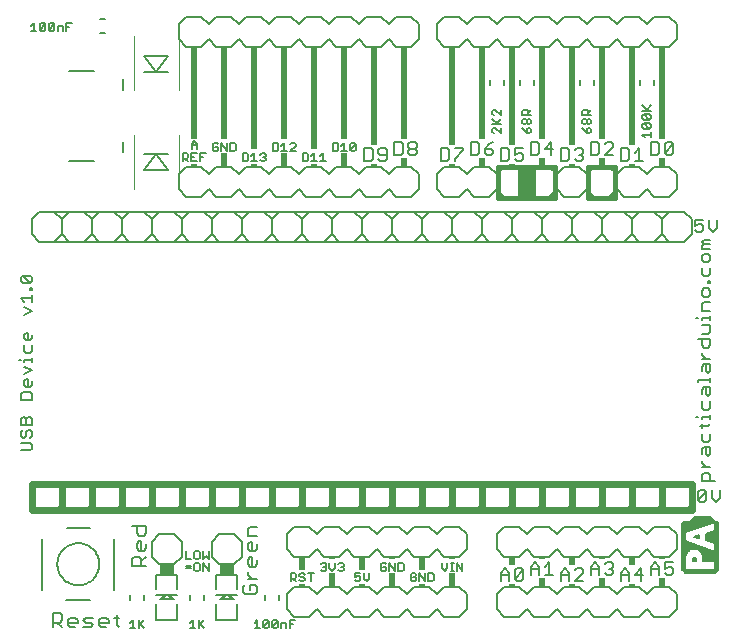
<source format=gto>
G75*
G70*
%OFA0B0*%
%FSLAX24Y24*%
%IPPOS*%
%LPD*%
%AMOC8*
5,1,8,0,0,1.08239X$1,22.5*
%
%ADD10C,0.0080*%
%ADD11R,0.0500X0.0350*%
%ADD12C,0.0050*%
%ADD13C,0.0070*%
%ADD14R,0.0200X0.0450*%
%ADD15R,0.0200X0.0100*%
%ADD16R,0.0200X0.0300*%
%ADD17R,0.0200X0.3300*%
%ADD18C,0.0220*%
%ADD19C,0.0240*%
%ADD20R,0.0200X0.3100*%
%ADD21R,0.0200X0.3450*%
%ADD22R,0.0600X0.1000*%
%ADD23C,0.0160*%
%ADD24C,0.0060*%
%ADD25C,0.0040*%
D10*
X001412Y000694D02*
X001412Y001175D01*
X001652Y001175D01*
X001732Y001095D01*
X001732Y000935D01*
X001652Y000854D01*
X001412Y000854D01*
X001572Y000854D02*
X001732Y000694D01*
X001927Y000774D02*
X001927Y000935D01*
X002007Y001015D01*
X002168Y001015D01*
X002248Y000935D01*
X002248Y000854D01*
X001927Y000854D01*
X001927Y000774D02*
X002007Y000694D01*
X002168Y000694D01*
X002443Y000694D02*
X002683Y000694D01*
X002763Y000774D01*
X002683Y000854D01*
X002523Y000854D01*
X002443Y000935D01*
X002523Y001015D01*
X002763Y001015D01*
X002959Y000935D02*
X003039Y001015D01*
X003199Y001015D01*
X003279Y000935D01*
X003279Y000854D01*
X002959Y000854D01*
X002959Y000774D02*
X002959Y000935D01*
X002959Y000774D02*
X003039Y000694D01*
X003199Y000694D01*
X003554Y000774D02*
X003554Y001095D01*
X003474Y001015D02*
X003634Y001015D01*
X003554Y000774D02*
X003634Y000694D01*
X002672Y001604D02*
X001867Y001604D01*
X001072Y001954D02*
X001072Y003654D01*
X001879Y004004D02*
X002672Y004004D01*
X002472Y004554D02*
X001972Y004554D01*
X001722Y004804D01*
X001722Y005304D01*
X001472Y005554D01*
X000972Y005554D01*
X000722Y005304D01*
X000722Y004804D01*
X000972Y004554D01*
X001472Y004554D01*
X001722Y004804D01*
X001722Y005304D01*
X001972Y005554D01*
X002472Y005554D01*
X002722Y005304D01*
X002972Y005554D01*
X003472Y005554D01*
X003722Y005304D01*
X003972Y005554D01*
X004472Y005554D01*
X004722Y005304D01*
X004972Y005554D01*
X005472Y005554D01*
X005722Y005304D01*
X005972Y005554D01*
X006472Y005554D01*
X006722Y005304D01*
X006972Y005554D01*
X007472Y005554D01*
X007722Y005304D01*
X007972Y005554D01*
X008472Y005554D01*
X008722Y005304D01*
X008972Y005554D01*
X009472Y005554D01*
X009722Y005304D01*
X009972Y005554D01*
X010472Y005554D01*
X010722Y005304D01*
X010972Y005554D01*
X011472Y005554D01*
X011722Y005304D01*
X011972Y005554D01*
X012472Y005554D01*
X012722Y005304D01*
X012972Y005554D01*
X013472Y005554D01*
X013722Y005304D01*
X013972Y005554D01*
X014472Y005554D01*
X014722Y005304D01*
X014972Y005554D01*
X015472Y005554D01*
X015722Y005304D01*
X015972Y005554D01*
X016472Y005554D01*
X016722Y005304D01*
X016972Y005554D01*
X017472Y005554D01*
X017722Y005304D01*
X017972Y005554D01*
X018472Y005554D01*
X018722Y005304D01*
X018972Y005554D01*
X019472Y005554D01*
X019722Y005304D01*
X019972Y005554D01*
X020472Y005554D01*
X020722Y005304D01*
X020972Y005554D01*
X021472Y005554D01*
X021722Y005304D01*
X021722Y004804D01*
X021972Y004554D01*
X022472Y004554D01*
X022722Y004804D01*
X022722Y005304D01*
X022472Y005554D01*
X021972Y005554D01*
X021722Y005304D01*
X021722Y004804D01*
X021472Y004554D01*
X020972Y004554D01*
X020722Y004804D01*
X020472Y004554D01*
X019972Y004554D01*
X019722Y004804D01*
X019472Y004554D01*
X018972Y004554D01*
X018722Y004804D01*
X018472Y004554D01*
X017972Y004554D01*
X017722Y004804D01*
X017472Y004554D01*
X016972Y004554D01*
X016722Y004804D01*
X016472Y004554D01*
X015972Y004554D01*
X015722Y004804D01*
X015472Y004554D01*
X014972Y004554D01*
X014722Y004804D01*
X014472Y004554D01*
X013972Y004554D01*
X013722Y004804D01*
X013472Y004554D01*
X012972Y004554D01*
X012722Y004804D01*
X012472Y004554D01*
X011972Y004554D01*
X011722Y004804D01*
X011472Y004554D01*
X010972Y004554D01*
X010722Y004804D01*
X010472Y004554D01*
X009972Y004554D01*
X009722Y004804D01*
X009472Y004554D01*
X008972Y004554D01*
X008722Y004804D01*
X008472Y004554D01*
X007972Y004554D01*
X007722Y004804D01*
X007472Y004554D01*
X006972Y004554D01*
X006722Y004804D01*
X006472Y004554D01*
X005972Y004554D01*
X005722Y004804D01*
X005472Y004554D01*
X004972Y004554D01*
X004722Y004804D01*
X004472Y004554D01*
X003972Y004554D01*
X003722Y004804D01*
X003472Y004554D01*
X002972Y004554D01*
X002722Y004804D01*
X002472Y004554D01*
X003472Y003654D02*
X003472Y001954D01*
X004061Y002744D02*
X004061Y002980D01*
X004140Y003058D01*
X004297Y003058D01*
X004375Y002980D01*
X004375Y002744D01*
X004532Y002744D02*
X004061Y002744D01*
X004375Y002901D02*
X004532Y003058D01*
X004722Y003054D02*
X004972Y002804D01*
X005472Y002804D01*
X005722Y003054D01*
X005722Y003554D01*
X005472Y003804D01*
X004972Y003804D01*
X004722Y003554D01*
X004722Y003054D01*
X004453Y003251D02*
X004532Y003329D01*
X004532Y003486D01*
X004375Y003564D02*
X004375Y003251D01*
X004453Y003251D02*
X004297Y003251D01*
X004218Y003329D01*
X004218Y003486D01*
X004297Y003564D01*
X004375Y003564D01*
X004453Y003757D02*
X004297Y003757D01*
X004218Y003836D01*
X004218Y004071D01*
X004061Y004071D02*
X004532Y004071D01*
X004532Y003836D01*
X004453Y003757D01*
X004867Y002459D02*
X005576Y002459D01*
X005576Y001976D01*
X005572Y001772D02*
X005222Y001772D01*
X005458Y001636D01*
X004986Y001636D01*
X005222Y001772D01*
X004871Y001772D01*
X004867Y001976D02*
X004867Y002459D01*
X004867Y001492D02*
X004867Y000949D01*
X005576Y000949D01*
X005576Y001482D01*
X006867Y001492D02*
X006867Y000949D01*
X007576Y000949D01*
X007576Y001482D01*
X007458Y001636D02*
X007222Y001772D01*
X006986Y001636D01*
X007458Y001636D01*
X007572Y001772D02*
X007222Y001772D01*
X006871Y001772D01*
X006867Y001976D02*
X006867Y002459D01*
X007576Y002459D01*
X007576Y001976D01*
X007761Y002030D02*
X007761Y001873D01*
X007840Y001794D01*
X008153Y001794D01*
X008232Y001873D01*
X008232Y002030D01*
X008153Y002108D01*
X007997Y002108D01*
X007997Y001951D01*
X007840Y002108D02*
X007761Y002030D01*
X007918Y002301D02*
X008232Y002301D01*
X008075Y002301D02*
X007918Y002458D01*
X007918Y002536D01*
X007997Y002723D02*
X007918Y002801D01*
X007918Y002958D01*
X007997Y003036D01*
X008075Y003036D01*
X008075Y002723D01*
X008153Y002723D02*
X007997Y002723D01*
X008153Y002723D02*
X008232Y002801D01*
X008232Y002958D01*
X008153Y003229D02*
X007997Y003229D01*
X007918Y003308D01*
X007918Y003464D01*
X007997Y003543D01*
X008075Y003543D01*
X008075Y003229D01*
X008153Y003229D02*
X008232Y003308D01*
X008232Y003464D01*
X008232Y003736D02*
X007918Y003736D01*
X007918Y003971D01*
X007997Y004049D01*
X008232Y004049D01*
X007722Y003554D02*
X007722Y003054D01*
X007472Y002804D01*
X006972Y002804D01*
X006722Y003054D01*
X006722Y003554D01*
X006972Y003804D01*
X007472Y003804D01*
X007722Y003554D01*
X009222Y003304D02*
X009472Y003054D01*
X009972Y003054D01*
X010222Y003304D01*
X010472Y003054D01*
X010972Y003054D01*
X011222Y003304D01*
X011472Y003054D01*
X011972Y003054D01*
X012222Y003304D01*
X012472Y003054D01*
X012972Y003054D01*
X013222Y003304D01*
X013472Y003054D01*
X013972Y003054D01*
X014222Y003304D01*
X014472Y003054D01*
X014972Y003054D01*
X015222Y003304D01*
X015222Y003804D01*
X014972Y004054D01*
X014472Y004054D01*
X014222Y003804D01*
X013972Y004054D01*
X013472Y004054D01*
X013222Y003804D01*
X012972Y004054D01*
X012472Y004054D01*
X012222Y003804D01*
X011972Y004054D01*
X011472Y004054D01*
X011222Y003804D01*
X010972Y004054D01*
X010472Y004054D01*
X010222Y003804D01*
X009972Y004054D01*
X009472Y004054D01*
X009222Y003804D01*
X009222Y003304D01*
X009472Y002054D02*
X009222Y001804D01*
X009222Y001304D01*
X009472Y001054D01*
X009972Y001054D01*
X010222Y001304D01*
X010472Y001054D01*
X010972Y001054D01*
X011222Y001304D01*
X011472Y001054D01*
X011972Y001054D01*
X012222Y001304D01*
X012472Y001054D01*
X012972Y001054D01*
X013222Y001304D01*
X013472Y001054D01*
X013972Y001054D01*
X014222Y001304D01*
X014472Y001054D01*
X014972Y001054D01*
X015222Y001304D01*
X015222Y001804D01*
X014972Y002054D01*
X014472Y002054D01*
X014222Y001804D01*
X013972Y002054D01*
X013472Y002054D01*
X013222Y001804D01*
X012972Y002054D01*
X012472Y002054D01*
X012222Y001804D01*
X011972Y002054D01*
X011472Y002054D01*
X011222Y001804D01*
X010972Y002054D01*
X010472Y002054D01*
X010222Y001804D01*
X009972Y002054D01*
X009472Y002054D01*
X016222Y001804D02*
X016222Y001304D01*
X016472Y001054D01*
X016972Y001054D01*
X017222Y001304D01*
X017472Y001054D01*
X017972Y001054D01*
X018222Y001304D01*
X018472Y001054D01*
X018972Y001054D01*
X019222Y001304D01*
X019472Y001054D01*
X019972Y001054D01*
X020222Y001304D01*
X020472Y001054D01*
X020972Y001054D01*
X021222Y001304D01*
X021472Y001054D01*
X021972Y001054D01*
X022222Y001304D01*
X022222Y001804D01*
X021972Y002054D01*
X021472Y002054D01*
X021222Y001804D01*
X020972Y002054D01*
X020472Y002054D01*
X020222Y001804D01*
X019972Y002054D01*
X019472Y002054D01*
X019222Y001804D01*
X018972Y002054D01*
X018472Y002054D01*
X018222Y001804D01*
X017972Y002054D01*
X017472Y002054D01*
X017222Y001804D01*
X016972Y002054D01*
X016472Y002054D01*
X016222Y001804D01*
X016472Y003054D02*
X016972Y003054D01*
X017222Y003304D01*
X017472Y003054D01*
X017972Y003054D01*
X018222Y003304D01*
X018472Y003054D01*
X018972Y003054D01*
X019222Y003304D01*
X019472Y003054D01*
X019972Y003054D01*
X020222Y003304D01*
X020472Y003054D01*
X020972Y003054D01*
X021222Y003304D01*
X021472Y003054D01*
X021972Y003054D01*
X022222Y003304D01*
X022222Y003804D01*
X021972Y004054D01*
X021472Y004054D01*
X021222Y003804D01*
X020972Y004054D01*
X020472Y004054D01*
X020222Y003804D01*
X019972Y004054D01*
X019472Y004054D01*
X019222Y003804D01*
X018972Y004054D01*
X018472Y004054D01*
X018222Y003804D01*
X017972Y004054D01*
X017472Y004054D01*
X017222Y003804D01*
X016972Y004054D01*
X016472Y004054D01*
X016222Y003804D01*
X016222Y003304D01*
X016472Y003054D01*
X022922Y004934D02*
X023202Y005215D01*
X023202Y004934D01*
X023132Y004864D01*
X022992Y004864D01*
X022922Y004934D01*
X022922Y005215D01*
X022992Y005285D01*
X023132Y005285D01*
X023202Y005215D01*
X023382Y005285D02*
X023382Y005004D01*
X023522Y004864D01*
X023662Y005004D01*
X023662Y005285D01*
X023482Y005574D02*
X023061Y005574D01*
X023061Y005784D01*
X023132Y005855D01*
X023272Y005855D01*
X023342Y005784D01*
X023342Y005574D01*
X023342Y006035D02*
X023061Y006035D01*
X023061Y006175D02*
X023202Y006035D01*
X023061Y006175D02*
X023061Y006245D01*
X023061Y006488D02*
X023061Y006628D01*
X023132Y006699D01*
X023342Y006699D01*
X023342Y006488D01*
X023272Y006418D01*
X023202Y006488D01*
X023202Y006699D01*
X023132Y006879D02*
X023272Y006879D01*
X023342Y006949D01*
X023342Y007159D01*
X023272Y007409D02*
X023342Y007479D01*
X023272Y007409D02*
X022991Y007409D01*
X023061Y007339D02*
X023061Y007479D01*
X023061Y007646D02*
X023061Y007716D01*
X023342Y007716D01*
X023342Y007646D02*
X023342Y007786D01*
X023272Y007953D02*
X023132Y007953D01*
X023061Y008023D01*
X023061Y008233D01*
X023061Y008483D02*
X023061Y008623D01*
X023132Y008693D01*
X023342Y008693D01*
X023342Y008483D01*
X023272Y008413D01*
X023202Y008483D01*
X023202Y008693D01*
X023342Y008874D02*
X023342Y009014D01*
X023342Y008944D02*
X022921Y008944D01*
X022921Y008874D01*
X023061Y009250D02*
X023061Y009391D01*
X023132Y009461D01*
X023342Y009461D01*
X023342Y009250D01*
X023272Y009180D01*
X023202Y009250D01*
X023202Y009461D01*
X023202Y009641D02*
X023061Y009781D01*
X023061Y009851D01*
X023132Y010024D02*
X023061Y010094D01*
X023061Y010305D01*
X022921Y010305D02*
X023342Y010305D01*
X023342Y010094D01*
X023272Y010024D01*
X023132Y010024D01*
X023061Y009641D02*
X023342Y009641D01*
X023272Y010485D02*
X023061Y010485D01*
X023272Y010485D02*
X023342Y010555D01*
X023342Y010765D01*
X023061Y010765D01*
X023061Y010945D02*
X023061Y011015D01*
X023342Y011015D01*
X023342Y010945D02*
X023342Y011085D01*
X023342Y011252D02*
X023061Y011252D01*
X023061Y011462D01*
X023132Y011532D01*
X023342Y011532D01*
X023272Y011712D02*
X023132Y011712D01*
X023061Y011782D01*
X023061Y011922D01*
X023132Y011993D01*
X023272Y011993D01*
X023342Y011922D01*
X023342Y011782D01*
X023272Y011712D01*
X023272Y012173D02*
X023272Y012243D01*
X023342Y012243D01*
X023342Y012173D01*
X023272Y012173D01*
X023272Y012403D02*
X023342Y012473D01*
X023342Y012683D01*
X023272Y012863D02*
X023342Y012933D01*
X023342Y013073D01*
X023272Y013143D01*
X023132Y013143D01*
X023061Y013073D01*
X023061Y012933D01*
X023132Y012863D01*
X023272Y012863D01*
X023061Y012683D02*
X023061Y012473D01*
X023132Y012403D01*
X023272Y012403D01*
X023342Y013324D02*
X023061Y013324D01*
X023061Y013394D01*
X023132Y013464D01*
X023061Y013534D01*
X023132Y013604D01*
X023342Y013604D01*
X023342Y013464D02*
X023132Y013464D01*
X023032Y013864D02*
X022892Y013864D01*
X022822Y013934D01*
X022822Y014074D02*
X022962Y014145D01*
X023032Y014145D01*
X023102Y014074D01*
X023102Y013934D01*
X023032Y013864D01*
X023282Y014004D02*
X023422Y013864D01*
X023562Y014004D01*
X023562Y014285D01*
X023282Y014285D02*
X023282Y014004D01*
X023102Y014285D02*
X022822Y014285D01*
X022822Y014074D01*
X022722Y014304D02*
X022722Y013804D01*
X022472Y013554D01*
X021972Y013554D01*
X021722Y013804D01*
X021722Y014304D01*
X021972Y014554D01*
X022472Y014554D01*
X022722Y014304D01*
X022222Y014554D02*
X001222Y014554D01*
X001472Y014554D02*
X000972Y014554D01*
X000722Y014304D01*
X000722Y013804D01*
X000972Y013554D01*
X001472Y013554D01*
X001722Y013804D01*
X001722Y014304D01*
X001472Y014554D01*
X001722Y014304D02*
X001972Y014554D01*
X002472Y014554D01*
X002722Y014304D01*
X002972Y014554D01*
X003472Y014554D01*
X003722Y014304D01*
X003972Y014554D01*
X004472Y014554D01*
X004722Y014304D01*
X004972Y014554D01*
X005472Y014554D01*
X005722Y014304D01*
X005972Y014554D01*
X006472Y014554D01*
X006722Y014304D01*
X006972Y014554D01*
X007472Y014554D01*
X007722Y014304D01*
X007972Y014554D01*
X008472Y014554D01*
X008722Y014304D01*
X008972Y014554D01*
X009472Y014554D01*
X009722Y014304D01*
X009972Y014554D01*
X010472Y014554D01*
X010722Y014304D01*
X010972Y014554D01*
X011472Y014554D01*
X011722Y014304D01*
X011972Y014554D01*
X012472Y014554D01*
X012722Y014304D01*
X012972Y014554D01*
X013472Y014554D01*
X013722Y014304D01*
X013972Y014554D01*
X014472Y014554D01*
X014722Y014304D01*
X014972Y014554D01*
X015472Y014554D01*
X015722Y014304D01*
X015972Y014554D01*
X016472Y014554D01*
X016722Y014304D01*
X016972Y014554D01*
X017472Y014554D01*
X017722Y014304D01*
X017972Y014554D01*
X018472Y014554D01*
X018722Y014304D01*
X018972Y014554D01*
X019472Y014554D01*
X019722Y014304D01*
X019972Y014554D01*
X020472Y014554D01*
X020722Y014304D01*
X020972Y014554D01*
X021472Y014554D01*
X021722Y014304D01*
X021722Y013804D01*
X021472Y013554D01*
X020972Y013554D01*
X020722Y013804D01*
X020472Y013554D01*
X019972Y013554D01*
X019722Y013804D01*
X019472Y013554D01*
X018972Y013554D01*
X018722Y013804D01*
X018472Y013554D01*
X017972Y013554D01*
X017722Y013804D01*
X017472Y013554D01*
X016972Y013554D01*
X016722Y013804D01*
X016472Y013554D01*
X015972Y013554D01*
X015722Y013804D01*
X015472Y013554D01*
X014972Y013554D01*
X014722Y013804D01*
X014472Y013554D01*
X013972Y013554D01*
X013722Y013804D01*
X013472Y013554D01*
X012972Y013554D01*
X012722Y013804D01*
X012472Y013554D01*
X011972Y013554D01*
X011722Y013804D01*
X011472Y013554D01*
X010972Y013554D01*
X010722Y013804D01*
X010472Y013554D01*
X009972Y013554D01*
X009722Y013804D01*
X009472Y013554D01*
X008972Y013554D01*
X008722Y013804D01*
X008472Y013554D01*
X007972Y013554D01*
X007722Y013804D01*
X007472Y013554D01*
X006972Y013554D01*
X006722Y013804D01*
X006472Y013554D01*
X005972Y013554D01*
X005722Y013804D01*
X005472Y013554D01*
X004972Y013554D01*
X004722Y013804D01*
X004472Y013554D01*
X003972Y013554D01*
X003722Y013804D01*
X003472Y013554D01*
X002972Y013554D01*
X002722Y013804D01*
X002472Y013554D01*
X001972Y013554D01*
X001722Y013804D01*
X001722Y014304D01*
X001222Y013554D02*
X022072Y013554D01*
X020722Y013804D02*
X020722Y014304D01*
X020972Y015054D02*
X020472Y015054D01*
X020222Y015304D01*
X019972Y015054D01*
X019472Y015054D01*
X019222Y015304D01*
X018972Y015054D01*
X018472Y015054D01*
X018222Y015304D01*
X017972Y015054D01*
X017472Y015054D01*
X017222Y015304D01*
X016972Y015054D01*
X016472Y015054D01*
X016222Y015304D01*
X015972Y015054D01*
X015472Y015054D01*
X015222Y015304D01*
X014972Y015054D01*
X014472Y015054D01*
X014222Y015304D01*
X014222Y015804D01*
X014472Y016054D01*
X014972Y016054D01*
X015222Y015804D01*
X015472Y016054D01*
X015972Y016054D01*
X016222Y015804D01*
X016472Y016054D01*
X016972Y016054D01*
X017222Y015804D01*
X017472Y016054D01*
X017972Y016054D01*
X018222Y015804D01*
X018472Y016054D01*
X018972Y016054D01*
X019222Y015804D01*
X019472Y016054D01*
X019972Y016054D01*
X020222Y015804D01*
X020472Y016054D01*
X020972Y016054D01*
X021222Y015804D01*
X021472Y016054D01*
X021972Y016054D01*
X022222Y015804D01*
X022222Y015304D01*
X021972Y015054D01*
X021472Y015054D01*
X021222Y015304D01*
X020972Y015054D01*
X019722Y014304D02*
X019722Y013804D01*
X018722Y013804D02*
X018722Y014304D01*
X017722Y014304D02*
X017722Y013804D01*
X016722Y013804D02*
X016722Y014304D01*
X015722Y014304D02*
X015722Y013804D01*
X014722Y013804D02*
X014722Y014304D01*
X013722Y014304D02*
X013722Y013804D01*
X012722Y013804D02*
X012722Y014304D01*
X012872Y015054D02*
X012622Y015304D01*
X012372Y015054D01*
X011872Y015054D01*
X011622Y015304D01*
X011372Y015054D01*
X010872Y015054D01*
X010622Y015304D01*
X010372Y015054D01*
X009872Y015054D01*
X009622Y015304D01*
X009372Y015054D01*
X008872Y015054D01*
X008622Y015304D01*
X008372Y015054D01*
X007872Y015054D01*
X007622Y015304D01*
X007372Y015054D01*
X006872Y015054D01*
X006622Y015304D01*
X006372Y015054D01*
X005872Y015054D01*
X005622Y015304D01*
X005622Y015804D01*
X005872Y016054D01*
X006372Y016054D01*
X006622Y015804D01*
X006872Y016054D01*
X007372Y016054D01*
X007622Y015804D01*
X007872Y016054D01*
X008372Y016054D01*
X008622Y015804D01*
X008872Y016054D01*
X009372Y016054D01*
X009622Y015804D01*
X009872Y016054D01*
X010372Y016054D01*
X010622Y015804D01*
X010872Y016054D01*
X011372Y016054D01*
X011622Y015804D01*
X011872Y016054D01*
X012372Y016054D01*
X012622Y015804D01*
X012872Y016054D01*
X013372Y016054D01*
X013622Y015804D01*
X013622Y015304D01*
X013372Y015054D01*
X012872Y015054D01*
X011722Y014304D02*
X011722Y013804D01*
X010722Y013804D02*
X010722Y014304D01*
X009722Y014304D02*
X009722Y013804D01*
X008722Y013804D02*
X008722Y014304D01*
X007722Y014304D02*
X007722Y013804D01*
X006722Y013804D02*
X006722Y014304D01*
X005722Y014304D02*
X005722Y013804D01*
X004722Y013804D02*
X004722Y014304D01*
X003722Y014304D02*
X003722Y013804D01*
X002722Y013804D02*
X002722Y014304D01*
X002787Y016258D02*
X001960Y016258D01*
X003771Y016534D02*
X003771Y016888D01*
X004478Y016492D02*
X005265Y016492D01*
X004872Y016492D02*
X004478Y015951D01*
X005265Y015951D01*
X004872Y016492D01*
X003771Y018620D02*
X003771Y018975D01*
X004478Y019217D02*
X005265Y019217D01*
X004872Y019217D02*
X005265Y019757D01*
X004478Y019757D01*
X004872Y019217D01*
X005872Y020054D02*
X005622Y020304D01*
X005622Y020804D01*
X005872Y021054D01*
X006372Y021054D01*
X006622Y020804D01*
X006872Y021054D01*
X007372Y021054D01*
X007622Y020804D01*
X007872Y021054D01*
X008372Y021054D01*
X008622Y020804D01*
X008872Y021054D01*
X009372Y021054D01*
X009622Y020804D01*
X009872Y021054D01*
X010372Y021054D01*
X010622Y020804D01*
X010872Y021054D01*
X011372Y021054D01*
X011622Y020804D01*
X011872Y021054D01*
X012372Y021054D01*
X012622Y020804D01*
X012872Y021054D01*
X013372Y021054D01*
X013622Y020804D01*
X013622Y020304D01*
X013372Y020054D01*
X012872Y020054D01*
X012622Y020304D01*
X012372Y020054D01*
X011872Y020054D01*
X011622Y020304D01*
X011372Y020054D01*
X010872Y020054D01*
X010622Y020304D01*
X010372Y020054D01*
X009872Y020054D01*
X009622Y020304D01*
X009372Y020054D01*
X008872Y020054D01*
X008622Y020304D01*
X008372Y020054D01*
X007872Y020054D01*
X007622Y020304D01*
X007372Y020054D01*
X006872Y020054D01*
X006622Y020304D01*
X006372Y020054D01*
X005872Y020054D01*
X002787Y019250D02*
X001960Y019250D01*
X000668Y012425D02*
X000415Y012425D01*
X000668Y012171D01*
X000732Y012234D01*
X000732Y012361D01*
X000668Y012425D01*
X000415Y012425D02*
X000351Y012361D01*
X000351Y012234D01*
X000415Y012171D01*
X000668Y012171D01*
X000668Y012023D02*
X000732Y012023D01*
X000732Y011959D01*
X000668Y011959D01*
X000668Y012023D01*
X000732Y011789D02*
X000732Y011536D01*
X000732Y011662D02*
X000351Y011662D01*
X000478Y011536D01*
X000478Y011366D02*
X000732Y011239D01*
X000478Y011112D01*
X000542Y010519D02*
X000478Y010455D01*
X000478Y010328D01*
X000542Y010265D01*
X000668Y010265D01*
X000732Y010328D01*
X000732Y010455D01*
X000605Y010519D02*
X000605Y010265D01*
X000732Y010095D02*
X000732Y009905D01*
X000668Y009841D01*
X000542Y009841D01*
X000478Y009905D01*
X000478Y010095D01*
X000732Y009686D02*
X000732Y009559D01*
X000732Y009623D02*
X000478Y009623D01*
X000478Y009559D01*
X000351Y009623D02*
X000288Y009623D01*
X000478Y009389D02*
X000732Y009262D01*
X000478Y009136D01*
X000542Y008966D02*
X000478Y008902D01*
X000478Y008775D01*
X000542Y008712D01*
X000668Y008712D01*
X000732Y008775D01*
X000732Y008902D01*
X000605Y008966D02*
X000605Y008712D01*
X000668Y008542D02*
X000415Y008542D01*
X000351Y008479D01*
X000351Y008289D01*
X000732Y008289D01*
X000732Y008479D01*
X000668Y008542D01*
X000605Y008966D02*
X000542Y008966D01*
X000605Y007695D02*
X000668Y007695D01*
X000732Y007632D01*
X000732Y007441D01*
X000351Y007441D01*
X000351Y007632D01*
X000415Y007695D01*
X000478Y007695D01*
X000542Y007632D01*
X000542Y007441D01*
X000605Y007271D02*
X000668Y007271D01*
X000732Y007208D01*
X000732Y007081D01*
X000668Y007018D01*
X000542Y007081D02*
X000542Y007208D01*
X000605Y007271D01*
X000415Y007271D02*
X000351Y007208D01*
X000351Y007081D01*
X000415Y007018D01*
X000478Y007018D01*
X000542Y007081D01*
X000668Y006848D02*
X000351Y006848D01*
X000351Y006594D02*
X000668Y006594D01*
X000732Y006658D01*
X000732Y006784D01*
X000668Y006848D01*
X000542Y007632D02*
X000605Y007695D01*
X000542Y010519D02*
X000605Y010519D01*
X001572Y002804D02*
X001574Y002856D01*
X001580Y002908D01*
X001590Y002960D01*
X001603Y003010D01*
X001620Y003060D01*
X001641Y003108D01*
X001666Y003154D01*
X001694Y003198D01*
X001725Y003240D01*
X001759Y003280D01*
X001796Y003317D01*
X001836Y003351D01*
X001878Y003382D01*
X001922Y003410D01*
X001968Y003435D01*
X002016Y003456D01*
X002066Y003473D01*
X002116Y003486D01*
X002168Y003496D01*
X002220Y003502D01*
X002272Y003504D01*
X002324Y003502D01*
X002376Y003496D01*
X002428Y003486D01*
X002478Y003473D01*
X002528Y003456D01*
X002576Y003435D01*
X002622Y003410D01*
X002666Y003382D01*
X002708Y003351D01*
X002748Y003317D01*
X002785Y003280D01*
X002819Y003240D01*
X002850Y003198D01*
X002878Y003154D01*
X002903Y003108D01*
X002924Y003060D01*
X002941Y003010D01*
X002954Y002960D01*
X002964Y002908D01*
X002970Y002856D01*
X002972Y002804D01*
X002970Y002752D01*
X002964Y002700D01*
X002954Y002648D01*
X002941Y002598D01*
X002924Y002548D01*
X002903Y002500D01*
X002878Y002454D01*
X002850Y002410D01*
X002819Y002368D01*
X002785Y002328D01*
X002748Y002291D01*
X002708Y002257D01*
X002666Y002226D01*
X002622Y002198D01*
X002576Y002173D01*
X002528Y002152D01*
X002478Y002135D01*
X002428Y002122D01*
X002376Y002112D01*
X002324Y002106D01*
X002272Y002104D01*
X002220Y002106D01*
X002168Y002112D01*
X002116Y002122D01*
X002066Y002135D01*
X002016Y002152D01*
X001968Y002173D01*
X001922Y002198D01*
X001878Y002226D01*
X001836Y002257D01*
X001796Y002291D01*
X001759Y002328D01*
X001725Y002368D01*
X001694Y002410D01*
X001666Y002454D01*
X001641Y002500D01*
X001620Y002548D01*
X001603Y002598D01*
X001590Y002648D01*
X001580Y002700D01*
X001574Y002752D01*
X001572Y002804D01*
X014472Y020054D02*
X014222Y020304D01*
X014222Y020804D01*
X014472Y021054D01*
X014972Y021054D01*
X015222Y020804D01*
X015472Y021054D01*
X015972Y021054D01*
X016222Y020804D01*
X016472Y021054D01*
X016972Y021054D01*
X017222Y020804D01*
X017472Y021054D01*
X017972Y021054D01*
X018222Y020804D01*
X018472Y021054D01*
X018972Y021054D01*
X019222Y020804D01*
X019472Y021054D01*
X019972Y021054D01*
X020222Y020804D01*
X020472Y021054D01*
X020972Y021054D01*
X021222Y020804D01*
X021472Y021054D01*
X021972Y021054D01*
X022222Y020804D01*
X022222Y020304D01*
X021972Y020054D01*
X021472Y020054D01*
X021222Y020304D01*
X020972Y020054D01*
X020472Y020054D01*
X020222Y020304D01*
X019972Y020054D01*
X019472Y020054D01*
X019222Y020304D01*
X018972Y020054D01*
X018472Y020054D01*
X018222Y020304D01*
X017972Y020054D01*
X017472Y020054D01*
X017222Y020304D01*
X016972Y020054D01*
X016472Y020054D01*
X016222Y020304D01*
X015972Y020054D01*
X015472Y020054D01*
X015222Y020304D01*
X014972Y020054D01*
X014472Y020054D01*
X022851Y011015D02*
X022921Y011015D01*
X023342Y008233D02*
X023342Y008023D01*
X023272Y007953D01*
X022921Y007716D02*
X022851Y007716D01*
X023061Y007159D02*
X023061Y006949D01*
X023132Y006879D01*
D11*
X007222Y002629D03*
X005222Y002629D03*
D12*
X005847Y002669D02*
X006027Y002669D01*
X006027Y002759D02*
X005847Y002759D01*
X005847Y002979D02*
X006027Y002979D01*
X006141Y003024D02*
X006186Y002979D01*
X006276Y002979D01*
X006321Y003024D01*
X006321Y003204D01*
X006276Y003250D01*
X006186Y003250D01*
X006141Y003204D01*
X006141Y003024D01*
X006186Y002850D02*
X006141Y002804D01*
X006141Y002624D01*
X006186Y002579D01*
X006276Y002579D01*
X006321Y002624D01*
X006321Y002804D01*
X006276Y002850D01*
X006186Y002850D01*
X005847Y002979D02*
X005847Y003250D01*
X006436Y003250D02*
X006436Y002979D01*
X006526Y003069D01*
X006616Y002979D01*
X006616Y003250D01*
X006616Y002850D02*
X006616Y002579D01*
X006436Y002850D01*
X006436Y002579D01*
X006471Y000950D02*
X006291Y000769D01*
X006336Y000814D02*
X006471Y000679D01*
X006291Y000679D02*
X006291Y000950D01*
X006087Y000950D02*
X006087Y000679D01*
X005997Y000679D02*
X006177Y000679D01*
X005997Y000859D02*
X006087Y000950D01*
X004471Y000950D02*
X004291Y000769D01*
X004336Y000814D02*
X004471Y000679D01*
X004291Y000679D02*
X004291Y000950D01*
X004087Y000950D02*
X004087Y000679D01*
X003997Y000679D02*
X004177Y000679D01*
X003997Y000859D02*
X004087Y000950D01*
X008147Y000859D02*
X008237Y000950D01*
X008237Y000679D01*
X008147Y000679D02*
X008327Y000679D01*
X008441Y000724D02*
X008621Y000904D01*
X008621Y000724D01*
X008576Y000679D01*
X008486Y000679D01*
X008441Y000724D01*
X008441Y000904D01*
X008486Y000950D01*
X008576Y000950D01*
X008621Y000904D01*
X008736Y000904D02*
X008736Y000724D01*
X008916Y000904D01*
X008916Y000724D01*
X008871Y000679D01*
X008781Y000679D01*
X008736Y000724D01*
X008736Y000904D02*
X008781Y000950D01*
X008871Y000950D01*
X008916Y000904D01*
X009031Y000859D02*
X009166Y000859D01*
X009211Y000814D01*
X009211Y000679D01*
X009325Y000679D02*
X009325Y000950D01*
X009505Y000950D01*
X009415Y000814D02*
X009325Y000814D01*
X009031Y000859D02*
X009031Y000679D01*
X009347Y002229D02*
X009347Y002500D01*
X009482Y002500D01*
X009527Y002454D01*
X009527Y002364D01*
X009482Y002319D01*
X009347Y002319D01*
X009437Y002319D02*
X009527Y002229D01*
X009641Y002274D02*
X009686Y002229D01*
X009776Y002229D01*
X009821Y002274D01*
X009821Y002319D01*
X009776Y002364D01*
X009686Y002364D01*
X009641Y002409D01*
X009641Y002454D01*
X009686Y002500D01*
X009776Y002500D01*
X009821Y002454D01*
X009936Y002500D02*
X010116Y002500D01*
X010026Y002500D02*
X010026Y002229D01*
X010392Y002579D02*
X010347Y002624D01*
X010392Y002579D02*
X010482Y002579D01*
X010527Y002624D01*
X010527Y002669D01*
X010482Y002714D01*
X010437Y002714D01*
X010482Y002714D02*
X010527Y002759D01*
X010527Y002804D01*
X010482Y002850D01*
X010392Y002850D01*
X010347Y002804D01*
X010641Y002850D02*
X010641Y002669D01*
X010731Y002579D01*
X010821Y002669D01*
X010821Y002850D01*
X010936Y002804D02*
X010981Y002850D01*
X011071Y002850D01*
X011116Y002804D01*
X011116Y002759D01*
X011071Y002714D01*
X011116Y002669D01*
X011116Y002624D01*
X011071Y002579D01*
X010981Y002579D01*
X010936Y002624D01*
X011026Y002714D02*
X011071Y002714D01*
X011497Y002500D02*
X011497Y002364D01*
X011587Y002409D01*
X011632Y002409D01*
X011677Y002364D01*
X011677Y002274D01*
X011632Y002229D01*
X011542Y002229D01*
X011497Y002274D01*
X011497Y002500D02*
X011677Y002500D01*
X011791Y002500D02*
X011791Y002319D01*
X011881Y002229D01*
X011971Y002319D01*
X011971Y002500D01*
X012347Y002624D02*
X012392Y002579D01*
X012482Y002579D01*
X012527Y002624D01*
X012527Y002714D01*
X012437Y002714D01*
X012347Y002804D02*
X012347Y002624D01*
X012347Y002804D02*
X012392Y002850D01*
X012482Y002850D01*
X012527Y002804D01*
X012641Y002850D02*
X012821Y002579D01*
X012821Y002850D01*
X012936Y002850D02*
X012936Y002579D01*
X013071Y002579D01*
X013116Y002624D01*
X013116Y002804D01*
X013071Y002850D01*
X012936Y002850D01*
X012641Y002850D02*
X012641Y002579D01*
X013347Y002454D02*
X013347Y002274D01*
X013392Y002229D01*
X013482Y002229D01*
X013527Y002274D01*
X013527Y002364D01*
X013437Y002364D01*
X013527Y002454D02*
X013482Y002500D01*
X013392Y002500D01*
X013347Y002454D01*
X013641Y002500D02*
X013821Y002229D01*
X013821Y002500D01*
X013936Y002500D02*
X013936Y002229D01*
X014071Y002229D01*
X014116Y002274D01*
X014116Y002454D01*
X014071Y002500D01*
X013936Y002500D01*
X013641Y002500D02*
X013641Y002229D01*
X014397Y002669D02*
X014397Y002850D01*
X014577Y002850D02*
X014577Y002669D01*
X014487Y002579D01*
X014397Y002669D01*
X014691Y002579D02*
X014781Y002579D01*
X014736Y002579D02*
X014736Y002850D01*
X014691Y002850D02*
X014781Y002850D01*
X014888Y002850D02*
X015068Y002579D01*
X015068Y002850D01*
X014888Y002850D02*
X014888Y002579D01*
X022402Y002624D02*
X022402Y004174D01*
X022452Y004224D01*
X022452Y002624D01*
X023502Y002624D01*
X023502Y002574D01*
X022502Y002574D01*
X022502Y003024D01*
X022502Y003174D01*
X022502Y003224D01*
X022552Y003274D01*
X022502Y003274D01*
X022502Y003324D01*
X022602Y003324D01*
X022552Y003274D01*
X022602Y003274D02*
X022502Y003174D01*
X022502Y003224D02*
X022502Y003274D01*
X022502Y003324D02*
X022602Y003274D01*
X022602Y003324D01*
X022652Y003324D01*
X022602Y003274D01*
X022502Y003374D01*
X022652Y003324D01*
X022502Y003424D01*
X022752Y003324D01*
X022502Y003474D01*
X022852Y003324D01*
X022952Y003324D02*
X023502Y003074D01*
X023002Y003274D01*
X023502Y003024D01*
X023052Y003224D01*
X023402Y003024D01*
X023102Y003174D01*
X023302Y003024D01*
X023102Y003124D01*
X023202Y003024D01*
X023102Y003024D01*
X023102Y003074D01*
X023202Y003024D01*
X023302Y003024D01*
X023402Y003024D01*
X023502Y003024D01*
X023502Y002974D01*
X023102Y002974D01*
X023102Y003024D01*
X023102Y002974D02*
X023102Y002924D01*
X023502Y002924D01*
X023502Y002624D01*
X023502Y002574D02*
X023502Y002524D01*
X023552Y002574D01*
X023552Y004224D01*
X023602Y004224D01*
X023602Y002624D01*
X023552Y002574D01*
X023502Y002524D02*
X022502Y002524D01*
X022502Y002574D01*
X022502Y002524D02*
X022452Y002574D01*
X022452Y002624D01*
X022452Y002574D02*
X022402Y002624D01*
X022752Y002924D02*
X022752Y002974D01*
X022802Y002974D01*
X022852Y002974D02*
X022850Y002987D01*
X022845Y002999D01*
X022837Y003009D01*
X022827Y003017D01*
X022815Y003022D01*
X022802Y003024D01*
X022789Y003022D01*
X022777Y003017D01*
X022767Y003009D01*
X022759Y002999D01*
X022754Y002987D01*
X022752Y002974D01*
X022752Y002924D02*
X022802Y002924D01*
X022802Y002974D01*
X022852Y002974D01*
X022852Y002924D01*
X022802Y002924D01*
X023102Y003024D02*
X023100Y003058D01*
X023094Y003091D01*
X023085Y003123D01*
X023072Y003154D01*
X023056Y003184D01*
X023037Y003211D01*
X023014Y003236D01*
X022989Y003259D01*
X022962Y003278D01*
X022932Y003294D01*
X022901Y003307D01*
X022869Y003316D01*
X022836Y003322D01*
X022802Y003324D01*
X022768Y003322D01*
X022735Y003316D01*
X022703Y003307D01*
X022672Y003294D01*
X022642Y003278D01*
X022615Y003259D01*
X022590Y003236D01*
X022567Y003211D01*
X022548Y003184D01*
X022532Y003154D01*
X022519Y003123D01*
X022510Y003091D01*
X022504Y003058D01*
X022502Y003024D01*
X022502Y003324D02*
X022502Y003374D01*
X022502Y003424D01*
X022502Y003474D01*
X023502Y003174D01*
X023502Y003124D01*
X022952Y003324D01*
X022977Y003674D02*
X022802Y003724D01*
X022977Y003774D01*
X022977Y003674D01*
X022952Y003724D02*
X022852Y003724D01*
X023202Y003724D02*
X023502Y003624D01*
X023502Y003674D01*
X023202Y003774D01*
X023202Y003824D01*
X023502Y003724D01*
X023502Y003774D01*
X023252Y003824D01*
X023302Y003824D01*
X023502Y003874D01*
X023502Y003824D01*
X023302Y003824D01*
X023202Y003824D02*
X023502Y003924D01*
X023502Y003874D01*
X023502Y003824D02*
X023502Y003774D01*
X023502Y003724D02*
X023502Y003674D01*
X023502Y003624D02*
X023502Y003574D01*
X023202Y003674D01*
X023202Y003724D01*
X023202Y003774D01*
X023202Y003674D02*
X023202Y003624D01*
X023502Y003524D01*
X023502Y003224D01*
X022502Y003524D01*
X022502Y003474D01*
X022502Y003524D02*
X022502Y003574D01*
X023502Y003224D01*
X023502Y003174D01*
X023502Y003124D02*
X023502Y003074D01*
X023502Y003024D01*
X023502Y002974D02*
X023502Y002924D01*
X023502Y003524D02*
X023502Y003574D01*
X023502Y003924D02*
X023502Y004224D01*
X023352Y004174D01*
X023352Y004224D01*
X023352Y004274D01*
X023352Y004324D01*
X022502Y004124D01*
X022552Y004124D01*
X022552Y004224D01*
X022602Y004224D01*
X022602Y004124D01*
X022652Y004124D01*
X022652Y004224D01*
X022702Y004224D01*
X022702Y004274D01*
X022752Y004324D01*
X022802Y004374D01*
X022802Y004174D01*
X022852Y004174D01*
X022852Y004374D01*
X022902Y004374D01*
X022902Y004174D01*
X022952Y004174D01*
X022952Y004374D01*
X023002Y004374D01*
X023002Y004224D01*
X023052Y004224D01*
X023052Y004374D01*
X023102Y004374D01*
X023102Y004274D01*
X023152Y004274D01*
X023152Y004374D01*
X023202Y004374D01*
X023202Y004274D01*
X023252Y004274D01*
X023252Y004374D01*
X023302Y004374D01*
X023302Y004274D01*
X023352Y004274D01*
X022502Y004024D01*
X022502Y004074D01*
X023352Y004324D01*
X023352Y004374D01*
X023402Y004324D01*
X023402Y004224D01*
X023452Y004224D01*
X023302Y004224D01*
X023352Y004224D02*
X022502Y003974D01*
X022502Y004024D01*
X022502Y003974D02*
X022502Y003924D01*
X023502Y004224D01*
X022502Y003874D01*
X022502Y003924D01*
X022502Y003874D02*
X022502Y003574D01*
X022502Y004074D02*
X022502Y004124D01*
X022502Y004224D01*
X022552Y004224D01*
X022602Y004224D02*
X022652Y004224D01*
X022702Y004274D01*
X022702Y004224D02*
X022702Y004174D01*
X022752Y004174D01*
X022752Y004324D01*
X022802Y004374D02*
X022852Y004374D01*
X022902Y004374D02*
X022952Y004374D01*
X023002Y004374D02*
X023052Y004374D01*
X023102Y004374D02*
X023152Y004374D01*
X023202Y004374D02*
X023252Y004374D01*
X023302Y004374D02*
X023352Y004374D01*
X023402Y004324D02*
X023452Y004274D01*
X023452Y004224D01*
X023502Y004224D02*
X023552Y004224D01*
X023502Y004224D02*
X023452Y004274D01*
X022502Y004224D02*
X022452Y004224D01*
X010516Y016229D02*
X010336Y016229D01*
X010426Y016229D02*
X010426Y016500D01*
X010336Y016409D01*
X010221Y016229D02*
X010041Y016229D01*
X010131Y016229D02*
X010131Y016500D01*
X010041Y016409D01*
X009927Y016454D02*
X009882Y016500D01*
X009747Y016500D01*
X009747Y016229D01*
X009882Y016229D01*
X009927Y016274D01*
X009927Y016454D01*
X009516Y016579D02*
X009336Y016579D01*
X009516Y016759D01*
X009516Y016804D01*
X009471Y016850D01*
X009381Y016850D01*
X009336Y016804D01*
X009131Y016850D02*
X009131Y016579D01*
X009041Y016579D02*
X009221Y016579D01*
X009041Y016759D02*
X009131Y016850D01*
X008927Y016804D02*
X008882Y016850D01*
X008747Y016850D01*
X008747Y016579D01*
X008882Y016579D01*
X008927Y016624D01*
X008927Y016804D01*
X008516Y016454D02*
X008516Y016409D01*
X008471Y016364D01*
X008516Y016319D01*
X008516Y016274D01*
X008471Y016229D01*
X008381Y016229D01*
X008336Y016274D01*
X008221Y016229D02*
X008041Y016229D01*
X008131Y016229D02*
X008131Y016500D01*
X008041Y016409D01*
X007927Y016454D02*
X007882Y016500D01*
X007747Y016500D01*
X007747Y016229D01*
X007882Y016229D01*
X007927Y016274D01*
X007927Y016454D01*
X008336Y016454D02*
X008381Y016500D01*
X008471Y016500D01*
X008516Y016454D01*
X008471Y016364D02*
X008426Y016364D01*
X007516Y016624D02*
X007516Y016804D01*
X007471Y016850D01*
X007336Y016850D01*
X007336Y016579D01*
X007471Y016579D01*
X007516Y016624D01*
X007221Y016579D02*
X007221Y016850D01*
X007041Y016850D02*
X007041Y016579D01*
X006927Y016624D02*
X006927Y016714D01*
X006837Y016714D01*
X006927Y016624D02*
X006882Y016579D01*
X006792Y016579D01*
X006747Y016624D01*
X006747Y016804D01*
X006792Y016850D01*
X006882Y016850D01*
X006927Y016804D01*
X007041Y016850D02*
X007221Y016579D01*
X006516Y016500D02*
X006336Y016500D01*
X006336Y016229D01*
X006221Y016229D02*
X006041Y016229D01*
X006041Y016500D01*
X006221Y016500D01*
X006227Y016629D02*
X006227Y016809D01*
X006137Y016900D01*
X006047Y016809D01*
X006047Y016629D01*
X006047Y016764D02*
X006227Y016764D01*
X006131Y016364D02*
X006041Y016364D01*
X005927Y016364D02*
X005882Y016319D01*
X005747Y016319D01*
X005747Y016229D02*
X005747Y016500D01*
X005882Y016500D01*
X005927Y016454D01*
X005927Y016364D01*
X005837Y016319D02*
X005927Y016229D01*
X006336Y016364D02*
X006426Y016364D01*
X010747Y016579D02*
X010882Y016579D01*
X010927Y016624D01*
X010927Y016804D01*
X010882Y016850D01*
X010747Y016850D01*
X010747Y016579D01*
X011041Y016579D02*
X011221Y016579D01*
X011131Y016579D02*
X011131Y016850D01*
X011041Y016759D01*
X011336Y016804D02*
X011336Y016624D01*
X011516Y016804D01*
X011516Y016624D01*
X011471Y016579D01*
X011381Y016579D01*
X011336Y016624D01*
X011336Y016804D02*
X011381Y016850D01*
X011471Y016850D01*
X011516Y016804D01*
X016077Y017224D02*
X016122Y017179D01*
X016077Y017224D02*
X016077Y017314D01*
X016122Y017359D01*
X016167Y017359D01*
X016347Y017179D01*
X016347Y017359D01*
X016347Y017474D02*
X016077Y017474D01*
X016212Y017519D02*
X016347Y017654D01*
X016347Y017769D02*
X016167Y017949D01*
X016122Y017949D01*
X016077Y017904D01*
X016077Y017814D01*
X016122Y017769D01*
X016077Y017654D02*
X016257Y017474D01*
X016347Y017769D02*
X016347Y017949D01*
X017077Y017904D02*
X017122Y017949D01*
X017212Y017949D01*
X017257Y017904D01*
X017257Y017769D01*
X017257Y017859D02*
X017347Y017949D01*
X017347Y017769D02*
X017077Y017769D01*
X017077Y017904D01*
X017122Y017654D02*
X017077Y017609D01*
X017077Y017519D01*
X017122Y017474D01*
X017167Y017474D01*
X017212Y017519D01*
X017212Y017609D01*
X017257Y017654D01*
X017302Y017654D01*
X017347Y017609D01*
X017347Y017519D01*
X017302Y017474D01*
X017257Y017474D01*
X017212Y017519D01*
X017212Y017609D02*
X017167Y017654D01*
X017122Y017654D01*
X017077Y017359D02*
X017122Y017269D01*
X017212Y017179D01*
X017212Y017314D01*
X017257Y017359D01*
X017302Y017359D01*
X017347Y017314D01*
X017347Y017224D01*
X017302Y017179D01*
X017212Y017179D01*
X019077Y017359D02*
X019122Y017269D01*
X019212Y017179D01*
X019212Y017314D01*
X019257Y017359D01*
X019302Y017359D01*
X019347Y017314D01*
X019347Y017224D01*
X019302Y017179D01*
X019212Y017179D01*
X019257Y017474D02*
X019212Y017519D01*
X019212Y017609D01*
X019257Y017654D01*
X019302Y017654D01*
X019347Y017609D01*
X019347Y017519D01*
X019302Y017474D01*
X019257Y017474D01*
X019212Y017519D02*
X019167Y017474D01*
X019122Y017474D01*
X019077Y017519D01*
X019077Y017609D01*
X019122Y017654D01*
X019167Y017654D01*
X019212Y017609D01*
X019257Y017769D02*
X019257Y017904D01*
X019212Y017949D01*
X019122Y017949D01*
X019077Y017904D01*
X019077Y017769D01*
X019347Y017769D01*
X019257Y017859D02*
X019347Y017949D01*
X021077Y017913D02*
X021347Y017913D01*
X021257Y017913D02*
X021077Y018093D01*
X021212Y017958D02*
X021347Y018093D01*
X021302Y017799D02*
X021122Y017799D01*
X021302Y017619D01*
X021347Y017664D01*
X021347Y017754D01*
X021302Y017799D01*
X021302Y017619D02*
X021122Y017619D01*
X021077Y017664D01*
X021077Y017754D01*
X021122Y017799D01*
X021122Y017504D02*
X021302Y017324D01*
X021347Y017369D01*
X021347Y017459D01*
X021302Y017504D01*
X021122Y017504D01*
X021077Y017459D01*
X021077Y017369D01*
X021122Y017324D01*
X021302Y017324D01*
X021347Y017209D02*
X021347Y017029D01*
X021347Y017119D02*
X021077Y017119D01*
X021167Y017029D01*
X002055Y020850D02*
X001875Y020850D01*
X001875Y020579D01*
X001761Y020579D02*
X001761Y020714D01*
X001716Y020759D01*
X001581Y020759D01*
X001581Y020579D01*
X001466Y020624D02*
X001466Y020804D01*
X001286Y020624D01*
X001331Y020579D01*
X001421Y020579D01*
X001466Y020624D01*
X001286Y020624D02*
X001286Y020804D01*
X001331Y020850D01*
X001421Y020850D01*
X001466Y020804D01*
X001171Y020804D02*
X000991Y020624D01*
X001036Y020579D01*
X001126Y020579D01*
X001171Y020624D01*
X001171Y020804D01*
X001126Y020850D01*
X001036Y020850D01*
X000991Y020804D01*
X000991Y020624D01*
X000877Y020579D02*
X000697Y020579D01*
X000787Y020579D02*
X000787Y020850D01*
X000697Y020759D01*
X001875Y020714D02*
X001965Y020714D01*
D13*
X011807Y016670D02*
X011807Y016239D01*
X012022Y016239D01*
X012094Y016311D01*
X012094Y016598D01*
X012022Y016670D01*
X011807Y016670D01*
X012267Y016598D02*
X012267Y016526D01*
X012339Y016454D01*
X012554Y016454D01*
X012554Y016311D02*
X012554Y016598D01*
X012482Y016670D01*
X012339Y016670D01*
X012267Y016598D01*
X012267Y016311D02*
X012339Y016239D01*
X012482Y016239D01*
X012554Y016311D01*
X012807Y016439D02*
X013022Y016439D01*
X013094Y016511D01*
X013094Y016798D01*
X013022Y016870D01*
X012807Y016870D01*
X012807Y016439D01*
X013267Y016511D02*
X013339Y016439D01*
X013482Y016439D01*
X013554Y016511D01*
X013554Y016583D01*
X013482Y016654D01*
X013339Y016654D01*
X013267Y016726D01*
X013267Y016798D01*
X013339Y016870D01*
X013482Y016870D01*
X013554Y016798D01*
X013554Y016726D01*
X013482Y016654D01*
X013339Y016654D02*
X013267Y016583D01*
X013267Y016511D01*
X014357Y016670D02*
X014357Y016239D01*
X014572Y016239D01*
X014644Y016311D01*
X014644Y016598D01*
X014572Y016670D01*
X014357Y016670D01*
X014817Y016670D02*
X015104Y016670D01*
X015104Y016598D01*
X014817Y016311D01*
X014817Y016239D01*
X015357Y016439D02*
X015572Y016439D01*
X015644Y016511D01*
X015644Y016798D01*
X015572Y016870D01*
X015357Y016870D01*
X015357Y016439D01*
X015817Y016511D02*
X015889Y016439D01*
X016032Y016439D01*
X016104Y016511D01*
X016104Y016583D01*
X016032Y016654D01*
X015817Y016654D01*
X015817Y016511D01*
X015817Y016654D02*
X015961Y016798D01*
X016104Y016870D01*
X016357Y016670D02*
X016572Y016670D01*
X016644Y016598D01*
X016644Y016311D01*
X016572Y016239D01*
X016357Y016239D01*
X016357Y016670D01*
X016817Y016670D02*
X016817Y016454D01*
X016961Y016526D01*
X017032Y016526D01*
X017104Y016454D01*
X017104Y016311D01*
X017032Y016239D01*
X016889Y016239D01*
X016817Y016311D01*
X016817Y016670D02*
X017104Y016670D01*
X017357Y016870D02*
X017357Y016439D01*
X017572Y016439D01*
X017644Y016511D01*
X017644Y016798D01*
X017572Y016870D01*
X017357Y016870D01*
X017817Y016654D02*
X018104Y016654D01*
X018032Y016439D02*
X018032Y016870D01*
X017817Y016654D01*
X018357Y016670D02*
X018357Y016239D01*
X018572Y016239D01*
X018644Y016311D01*
X018644Y016598D01*
X018572Y016670D01*
X018357Y016670D01*
X018817Y016598D02*
X018889Y016670D01*
X019032Y016670D01*
X019104Y016598D01*
X019104Y016526D01*
X019032Y016454D01*
X019104Y016383D01*
X019104Y016311D01*
X019032Y016239D01*
X018889Y016239D01*
X018817Y016311D01*
X018961Y016454D02*
X019032Y016454D01*
X019357Y016439D02*
X019357Y016870D01*
X019572Y016870D01*
X019644Y016798D01*
X019644Y016511D01*
X019572Y016439D01*
X019357Y016439D01*
X019817Y016439D02*
X020104Y016726D01*
X020104Y016798D01*
X020032Y016870D01*
X019889Y016870D01*
X019817Y016798D01*
X019817Y016439D02*
X020104Y016439D01*
X020357Y016239D02*
X020357Y016670D01*
X020572Y016670D01*
X020644Y016598D01*
X020644Y016311D01*
X020572Y016239D01*
X020357Y016239D01*
X020817Y016239D02*
X021104Y016239D01*
X020961Y016239D02*
X020961Y016670D01*
X020817Y016526D01*
X021357Y016439D02*
X021572Y016439D01*
X021644Y016511D01*
X021644Y016798D01*
X021572Y016870D01*
X021357Y016870D01*
X021357Y016439D01*
X021817Y016511D02*
X021817Y016798D01*
X021889Y016870D01*
X022032Y016870D01*
X022104Y016798D01*
X021817Y016511D01*
X021889Y016439D01*
X022032Y016439D01*
X022104Y016511D01*
X022104Y016798D01*
X022104Y002870D02*
X021817Y002870D01*
X021817Y002654D01*
X021961Y002726D01*
X022032Y002726D01*
X022104Y002654D01*
X022104Y002511D01*
X022032Y002439D01*
X021889Y002439D01*
X021817Y002511D01*
X021644Y002439D02*
X021644Y002726D01*
X021500Y002870D01*
X021357Y002726D01*
X021357Y002439D01*
X021357Y002654D02*
X021644Y002654D01*
X021104Y002454D02*
X020817Y002454D01*
X021032Y002670D01*
X021032Y002239D01*
X020644Y002239D02*
X020644Y002526D01*
X020500Y002670D01*
X020357Y002526D01*
X020357Y002239D01*
X020357Y002454D02*
X020644Y002454D01*
X020104Y002511D02*
X020032Y002439D01*
X019889Y002439D01*
X019817Y002511D01*
X019644Y002439D02*
X019644Y002726D01*
X019500Y002870D01*
X019357Y002726D01*
X019357Y002439D01*
X019357Y002654D02*
X019644Y002654D01*
X019817Y002798D02*
X019889Y002870D01*
X020032Y002870D01*
X020104Y002798D01*
X020104Y002726D01*
X020032Y002654D01*
X020104Y002583D01*
X020104Y002511D01*
X020032Y002654D02*
X019961Y002654D01*
X019104Y002598D02*
X019104Y002526D01*
X018817Y002239D01*
X019104Y002239D01*
X019104Y002598D02*
X019032Y002670D01*
X018889Y002670D01*
X018817Y002598D01*
X018644Y002526D02*
X018644Y002239D01*
X018644Y002454D02*
X018357Y002454D01*
X018357Y002526D02*
X018500Y002670D01*
X018644Y002526D01*
X018357Y002526D02*
X018357Y002239D01*
X018104Y002439D02*
X017817Y002439D01*
X017961Y002439D02*
X017961Y002870D01*
X017817Y002726D01*
X017644Y002726D02*
X017644Y002439D01*
X017644Y002654D02*
X017357Y002654D01*
X017357Y002726D02*
X017500Y002870D01*
X017644Y002726D01*
X017357Y002726D02*
X017357Y002439D01*
X017104Y002311D02*
X017104Y002598D01*
X016817Y002311D01*
X016889Y002239D01*
X017032Y002239D01*
X017104Y002311D01*
X017104Y002598D02*
X017032Y002670D01*
X016889Y002670D01*
X016817Y002598D01*
X016817Y002311D01*
X016644Y002239D02*
X016644Y002526D01*
X016500Y002670D01*
X016357Y002526D01*
X016357Y002239D01*
X016357Y002454D02*
X016644Y002454D01*
D14*
X014722Y002279D03*
X013722Y002829D03*
X012722Y002279D03*
X011722Y002829D03*
X010722Y002279D03*
X009722Y002829D03*
X009122Y016279D03*
X011122Y016279D03*
X007122Y016279D03*
D15*
X008122Y016104D03*
X010122Y016104D03*
X012122Y016104D03*
X014722Y016104D03*
X016722Y016104D03*
X018722Y016104D03*
X020722Y016104D03*
X021722Y003004D03*
X020722Y002104D03*
X019722Y003004D03*
X018722Y002104D03*
X017722Y003004D03*
X016722Y002104D03*
X014722Y003004D03*
X013722Y002104D03*
X012722Y003004D03*
X011722Y002104D03*
X010722Y003004D03*
X009722Y002104D03*
X006122Y016104D03*
D16*
X013122Y016204D03*
X015722Y016204D03*
X017722Y016204D03*
X019722Y016204D03*
X021722Y016204D03*
X020722Y002904D03*
X021722Y002204D03*
X019722Y002204D03*
X018722Y002904D03*
X017722Y002204D03*
X016722Y002904D03*
D17*
X016722Y018404D03*
X018722Y018404D03*
X020722Y018404D03*
X014722Y018404D03*
X012122Y018404D03*
D18*
X022722Y005484D02*
X000722Y005484D01*
X000722Y004624D02*
X022722Y004624D01*
D19*
X022722Y004654D02*
X022722Y005454D01*
X021722Y005454D02*
X021722Y004654D01*
X020722Y004654D02*
X020722Y005454D01*
X019722Y005454D02*
X019722Y004654D01*
X018722Y004654D02*
X018722Y005454D01*
X017722Y005454D02*
X017722Y004654D01*
X016722Y004654D02*
X016722Y005454D01*
X015722Y005454D02*
X015722Y004654D01*
X014722Y004654D02*
X014722Y005454D01*
X013722Y005454D02*
X013722Y004654D01*
X012722Y004654D02*
X012722Y005454D01*
X011722Y005454D02*
X011722Y004654D01*
X010722Y004654D02*
X010722Y005454D01*
X009722Y005454D02*
X009722Y004654D01*
X008722Y004654D02*
X008722Y005454D01*
X007722Y005454D02*
X007722Y004654D01*
X006722Y004654D02*
X006722Y005454D01*
X005722Y005454D02*
X005722Y004654D01*
X004722Y004654D02*
X004722Y005454D01*
X003722Y005454D02*
X003722Y004654D01*
X002722Y004654D02*
X002722Y005454D01*
X001722Y005454D02*
X001722Y004654D01*
X000722Y004654D02*
X000722Y005454D01*
D20*
X006122Y018504D03*
X007122Y018504D03*
X009122Y018504D03*
X011122Y018504D03*
X013122Y018504D03*
X015722Y018504D03*
X017722Y018504D03*
X019722Y018504D03*
X021722Y018504D03*
D21*
X010122Y018329D03*
X008122Y018329D03*
D22*
X017222Y015554D03*
D23*
X018022Y015004D02*
X016422Y015004D01*
X016322Y015004D01*
X016322Y015104D01*
X016272Y015004D02*
X016272Y016054D01*
X018172Y016054D01*
X018172Y015004D01*
X018022Y015004D01*
X018072Y015004D01*
X018072Y015104D01*
X019272Y015004D02*
X019272Y016054D01*
X020172Y016054D01*
X020172Y015004D01*
X020022Y015004D01*
X020072Y015004D01*
X020072Y015054D01*
X020022Y015004D02*
X019422Y015004D01*
X019372Y015004D01*
X019372Y015054D01*
X019422Y015004D02*
X019272Y015004D01*
X016422Y015004D02*
X016272Y015004D01*
D24*
X016458Y018774D02*
X016458Y018934D01*
X015986Y018934D02*
X015986Y018774D01*
X016986Y018774D02*
X016986Y018934D01*
X017458Y018934D02*
X017458Y018774D01*
X018986Y018774D02*
X018986Y018934D01*
X019458Y018934D02*
X019458Y018774D01*
X020986Y018774D02*
X020986Y018934D01*
X021458Y018934D02*
X021458Y018774D01*
X008958Y001784D02*
X008958Y001624D01*
X008486Y001624D02*
X008486Y001784D01*
X006458Y001784D02*
X006458Y001624D01*
X005986Y001624D02*
X005986Y001784D01*
X004458Y001784D02*
X004458Y001624D01*
X003986Y001624D02*
X003986Y001784D01*
X003152Y020518D02*
X002992Y020518D01*
X002992Y020991D02*
X003152Y020991D01*
D25*
X004122Y020394D02*
X004122Y018614D01*
X005622Y018614D02*
X005622Y020394D01*
X005622Y017094D02*
X005622Y015314D01*
X004122Y015314D02*
X004122Y017094D01*
M02*

</source>
